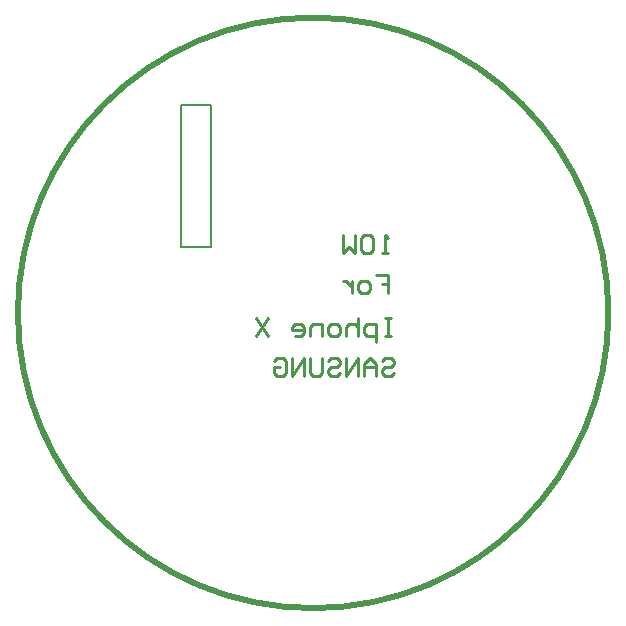
<source format=gbo>
%FSLAX25Y25*%
%MOIN*%
G70*
G01*
G75*
G04 Layer_Color=32896*
%ADD10C,0.00787*%
%ADD11C,0.01181*%
%ADD12C,0.01969*%
%ADD13O,0.07874X0.11811*%
%ADD14O,0.15748X0.11811*%
%ADD15R,0.03543X0.02362*%
%ADD16R,0.02362X0.01969*%
%ADD17R,0.04921X0.02756*%
%ADD18R,0.02756X0.04921*%
%ADD19R,0.01969X0.02362*%
%ADD20R,0.06693X0.03543*%
%ADD21O,0.02362X0.05512*%
%ADD22R,0.03543X0.03937*%
%ADD23R,0.01575X0.04724*%
%ADD24R,0.03150X0.07874*%
%ADD25R,0.02362X0.07874*%
%ADD26O,0.07480X0.12992*%
G04:AMPARAMS|DCode=27|XSize=23.62mil|YSize=35.43mil|CornerRadius=0mil|HoleSize=0mil|Usage=FLASHONLY|Rotation=135.000|XOffset=0mil|YOffset=0mil|HoleType=Round|Shape=Rectangle|*
%AMROTATEDRECTD27*
4,1,4,0.02088,0.00418,-0.00418,-0.02088,-0.02088,-0.00418,0.00418,0.02088,0.02088,0.00418,0.0*
%
%ADD27ROTATEDRECTD27*%

%ADD28R,0.02362X0.03543*%
%ADD29R,0.01969X0.01575*%
%ADD30R,0.03937X0.03543*%
%ADD31R,0.01575X0.03937*%
%ADD32O,0.02362X0.07874*%
%ADD33R,0.02362X0.05512*%
%ADD34R,0.03150X0.05118*%
%ADD35R,0.03937X0.02756*%
G04:AMPARAMS|DCode=36|XSize=23.62mil|YSize=35.43mil|CornerRadius=0mil|HoleSize=0mil|Usage=FLASHONLY|Rotation=225.000|XOffset=0mil|YOffset=0mil|HoleType=Round|Shape=Rectangle|*
%AMROTATEDRECTD36*
4,1,4,-0.00418,0.02088,0.02088,-0.00418,0.00418,-0.02088,-0.02088,0.00418,-0.00418,0.02088,0.0*
%
%ADD36ROTATEDRECTD36*%

%ADD37R,0.04724X0.03543*%
%ADD38R,0.03937X0.04724*%
G04:AMPARAMS|DCode=39|XSize=19.69mil|YSize=39.37mil|CornerRadius=0mil|HoleSize=0mil|Usage=FLASHONLY|Rotation=45.000|XOffset=0mil|YOffset=0mil|HoleType=Round|Shape=Rectangle|*
%AMROTATEDRECTD39*
4,1,4,0.00696,-0.02088,-0.02088,0.00696,-0.00696,0.02088,0.02088,-0.00696,0.00696,-0.02088,0.0*
%
%ADD39ROTATEDRECTD39*%

G04:AMPARAMS|DCode=40|XSize=19.69mil|YSize=39.37mil|CornerRadius=0mil|HoleSize=0mil|Usage=FLASHONLY|Rotation=135.000|XOffset=0mil|YOffset=0mil|HoleType=Round|Shape=Rectangle|*
%AMROTATEDRECTD40*
4,1,4,0.02088,0.00696,-0.00696,-0.02088,-0.02088,-0.00696,0.00696,0.02088,0.02088,0.00696,0.0*
%
%ADD40ROTATEDRECTD40*%

%ADD41R,0.01969X0.03937*%
%ADD42C,0.07874*%
%ADD43C,0.03937*%
%ADD44C,0.05906*%
%ADD45C,0.04724*%
%ADD46C,0.11811*%
%ADD47R,0.09645X0.14900*%
%ADD48R,0.29300X0.12570*%
%ADD49R,0.06400X0.17200*%
%ADD50R,0.19291X0.03830*%
%ADD51R,0.05906X0.13780*%
%ADD52R,0.08661X0.14173*%
%ADD53R,0.05512X0.13780*%
%ADD54R,0.14567X0.16142*%
%ADD55R,0.15182X0.11426*%
%ADD56R,0.05300X0.03507*%
%ADD57R,0.24200X0.17200*%
%ADD58O,0.05906X0.07874*%
%ADD59C,0.02362*%
%ADD60C,0.09843*%
%ADD61O,0.07874X0.05906*%
%ADD62R,0.07874X0.05906*%
%ADD63R,0.07500X0.30800*%
%ADD64R,0.10581X0.53500*%
%ADD65C,0.00394*%
%ADD66C,0.00197*%
%ADD67C,0.00984*%
%ADD68C,0.01000*%
%ADD69C,0.02362*%
%ADD70C,0.00591*%
%ADD71C,0.00800*%
%ADD72C,0.00500*%
%ADD73C,0.00200*%
%ADD74C,0.00400*%
%ADD75O,0.08674X0.12611*%
%ADD76O,0.16548X0.12611*%
%ADD77R,0.04343X0.03162*%
%ADD78R,0.03162X0.02769*%
%ADD79R,0.05721X0.03556*%
%ADD80R,0.03556X0.05721*%
%ADD81R,0.02769X0.03162*%
%ADD82R,0.07493X0.04343*%
%ADD83O,0.03162X0.06312*%
%ADD84R,0.04343X0.04737*%
%ADD85R,0.02375X0.05524*%
%ADD86R,0.03950X0.08674*%
%ADD87R,0.03162X0.08674*%
%ADD88O,0.08280X0.13792*%
G04:AMPARAMS|DCode=89|XSize=31.62mil|YSize=43.43mil|CornerRadius=0mil|HoleSize=0mil|Usage=FLASHONLY|Rotation=135.000|XOffset=0mil|YOffset=0mil|HoleType=Round|Shape=Rectangle|*
%AMROTATEDRECTD89*
4,1,4,0.02654,0.00418,-0.00418,-0.02654,-0.02654,-0.00418,0.00418,0.02654,0.02654,0.00418,0.0*
%
%ADD89ROTATEDRECTD89*%

%ADD90R,0.03162X0.04343*%
%ADD91R,0.02769X0.02375*%
%ADD92R,0.04737X0.04343*%
%ADD93R,0.02375X0.04737*%
%ADD94O,0.03162X0.08674*%
%ADD95R,0.03162X0.06312*%
%ADD96R,0.03950X0.05918*%
%ADD97R,0.04331X0.03150*%
G04:AMPARAMS|DCode=98|XSize=31.62mil|YSize=43.43mil|CornerRadius=0mil|HoleSize=0mil|Usage=FLASHONLY|Rotation=225.000|XOffset=0mil|YOffset=0mil|HoleType=Round|Shape=Rectangle|*
%AMROTATEDRECTD98*
4,1,4,-0.00418,0.02654,0.02654,-0.00418,0.00418,-0.02654,-0.02654,0.00418,-0.00418,0.02654,0.0*
%
%ADD98ROTATEDRECTD98*%

%ADD99R,0.05524X0.04343*%
%ADD100R,0.04737X0.05524*%
G04:AMPARAMS|DCode=101|XSize=27.69mil|YSize=47.37mil|CornerRadius=0mil|HoleSize=0mil|Usage=FLASHONLY|Rotation=45.000|XOffset=0mil|YOffset=0mil|HoleType=Round|Shape=Rectangle|*
%AMROTATEDRECTD101*
4,1,4,0.00696,-0.02654,-0.02654,0.00696,-0.00696,0.02654,0.02654,-0.00696,0.00696,-0.02654,0.0*
%
%ADD101ROTATEDRECTD101*%

G04:AMPARAMS|DCode=102|XSize=27.69mil|YSize=47.37mil|CornerRadius=0mil|HoleSize=0mil|Usage=FLASHONLY|Rotation=135.000|XOffset=0mil|YOffset=0mil|HoleType=Round|Shape=Rectangle|*
%AMROTATEDRECTD102*
4,1,4,0.02654,0.00696,-0.00696,-0.02654,-0.02654,-0.00696,0.00696,0.02654,0.02654,0.00696,0.0*
%
%ADD102ROTATEDRECTD102*%

%ADD103R,0.02769X0.04737*%
%ADD104O,0.06706X0.08674*%
%ADD105C,0.03162*%
%ADD106O,0.08674X0.06706*%
%ADD107R,0.08674X0.06706*%
D12*
X98425Y0D02*
G03*
X98425Y0I-98425J0D01*
G01*
D68*
X25900Y-1702D02*
X23901D01*
X24900D01*
Y-7700D01*
X25900D01*
X23901D01*
X20902Y-9699D02*
Y-3701D01*
X17903D01*
X16903Y-4701D01*
Y-6700D01*
X17903Y-7700D01*
X20902D01*
X14904Y-1702D02*
Y-7700D01*
Y-4701D01*
X13904Y-3701D01*
X11904D01*
X10905Y-4701D01*
Y-7700D01*
X7906D02*
X5906D01*
X4907Y-6700D01*
Y-4701D01*
X5906Y-3701D01*
X7906D01*
X8906Y-4701D01*
Y-6700D01*
X7906Y-7700D01*
X2907D02*
Y-3701D01*
X-92D01*
X-1091Y-4701D01*
Y-7700D01*
X-6090D02*
X-4090D01*
X-3091Y-6700D01*
Y-4701D01*
X-4090Y-3701D01*
X-6090D01*
X-7089Y-4701D01*
Y-5701D01*
X-3091D01*
X-15087Y-1702D02*
X-19085Y-7700D01*
Y-1702D02*
X-15087Y-7700D01*
X22801Y-15902D02*
X23801Y-14902D01*
X25800D01*
X26800Y-15902D01*
Y-16901D01*
X25800Y-17901D01*
X23801D01*
X22801Y-18901D01*
Y-19900D01*
X23801Y-20900D01*
X25800D01*
X26800Y-19900D01*
X20802Y-20900D02*
Y-16901D01*
X18803Y-14902D01*
X16803Y-16901D01*
Y-20900D01*
Y-17901D01*
X20802D01*
X14804Y-20900D02*
Y-14902D01*
X10805Y-20900D01*
Y-14902D01*
X4807Y-15902D02*
X5807Y-14902D01*
X7806D01*
X8806Y-15902D01*
Y-16901D01*
X7806Y-17901D01*
X5807D01*
X4807Y-18901D01*
Y-19900D01*
X5807Y-20900D01*
X7806D01*
X8806Y-19900D01*
X2808Y-14902D02*
Y-19900D01*
X1808Y-20900D01*
X-191D01*
X-1191Y-19900D01*
Y-14902D01*
X-3190Y-20900D02*
Y-14902D01*
X-7189Y-20900D01*
Y-14902D01*
X-13187Y-15902D02*
X-12187Y-14902D01*
X-10188D01*
X-9188Y-15902D01*
Y-19900D01*
X-10188Y-20900D01*
X-12187D01*
X-13187Y-19900D01*
Y-17901D01*
X-11188D01*
X21001Y12598D02*
X25000D01*
Y9599D01*
X23001D01*
X25000D01*
Y6600D01*
X18002D02*
X16003D01*
X15003Y7600D01*
Y9599D01*
X16003Y10599D01*
X18002D01*
X19002Y9599D01*
Y7600D01*
X18002Y6600D01*
X13004Y10599D02*
Y6600D01*
Y8599D01*
X12004Y9599D01*
X11005Y10599D01*
X10005D01*
X25000Y19800D02*
X23001D01*
X24000D01*
Y25798D01*
X25000Y24798D01*
X20002D02*
X19002Y25798D01*
X17003D01*
X16003Y24798D01*
Y20800D01*
X17003Y19800D01*
X19002D01*
X20002Y20800D01*
Y24798D01*
X14004Y25798D02*
Y19800D01*
X12004Y21799D01*
X10005Y19800D01*
Y25798D01*
D72*
X-44021Y69197D02*
X-34179D01*
X-44021Y21953D02*
Y69197D01*
X-34179Y21953D02*
Y69197D01*
X-44021Y21953D02*
X-34179D01*
M02*

</source>
